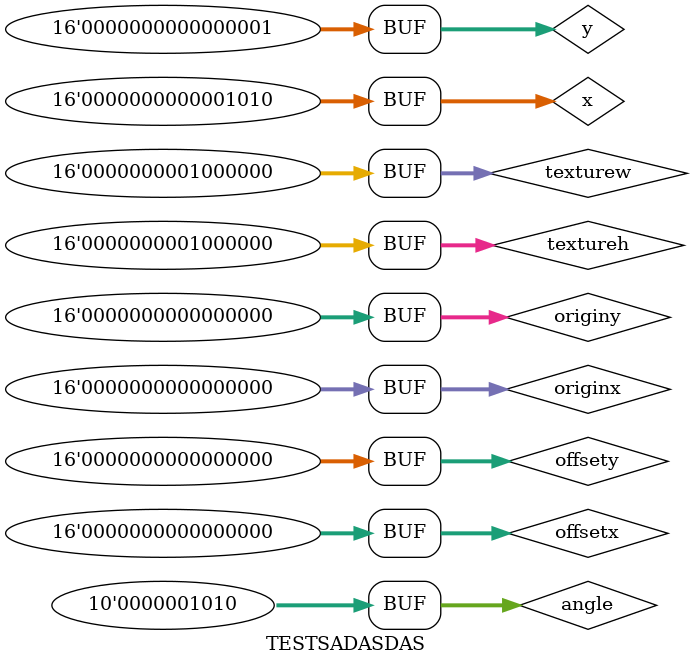
<source format=v>
`timescale 1ns / 1ps


module TESTSADASDAS;

	// Inputs
	reg [15:0] x;
	reg [15:0] y;
	reg [15:0] texturew;
	reg [15:0] textureh;
	reg [15:0] originx;
	reg [15:0] originy;
	reg [15:0] offsetx;
	reg [15:0] offsety;
	reg [9:0] angle;
	
	wire [23:0] X, Y;

	// Outputs
	wire [7:0] color;

	// Instantiate the Unit Under Test (UUT)
	getXY uut (
		.x(x), 
		.y(y), 
		.originx(originx), 
		.originy(originy), 
		.angle(angle), 
		.offsetx(offsetx), 
		.offsety(offsety), 
		.texturew(texturew), 
		.textureh(textureh), 
		.X(X),
		.Y(Y),
		.color(color)
	);

	initial begin
		// Initialize Inputs
		x = 10;
		y = 1;
		originx = 0;
		originy = 0;
		angle = 10;
		offsetx = 0;
		offsety = 0;
		texturew = 64;
		textureh = 64;

		// Wait 100 ns for global reset to finish
		#100;
      x = 10;
		  
		// Add stimulus here

	end
      
endmodule


</source>
